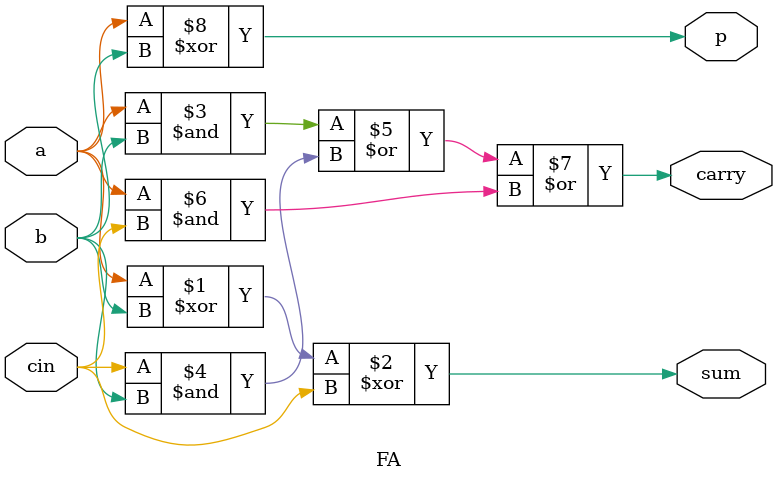
<source format=v>
module FA (a,b,cin,sum,carry,p);
    input a;
    input b;
    input cin;

    output sum;
    output carry;
    output p;

    assign sum = a^b^cin;
    assign carry = (a&b)|(cin&b)|(a&cin);
    assign p= a^b;

endmodule

</source>
